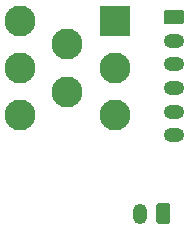
<source format=gbl>
G04 #@! TF.GenerationSoftware,KiCad,Pcbnew,5.1.5-52549c5~84~ubuntu18.04.1*
G04 #@! TF.CreationDate,2020-01-14T23:08:30-05:00*
G04 #@! TF.ProjectId,emrax-228-resolver-breakout,656d7261-782d-4323-9238-2d7265736f6c,rev?*
G04 #@! TF.SameCoordinates,Original*
G04 #@! TF.FileFunction,Copper,L2,Bot*
G04 #@! TF.FilePolarity,Positive*
%FSLAX46Y46*%
G04 Gerber Fmt 4.6, Leading zero omitted, Abs format (unit mm)*
G04 Created by KiCad (PCBNEW 5.1.5-52549c5~84~ubuntu18.04.1) date 2020-01-14 23:08:30*
%MOMM*%
%LPD*%
G04 APERTURE LIST*
%ADD10R,2.625000X2.625000*%
%ADD11C,2.625000*%
%ADD12O,1.750000X1.200000*%
%ADD13C,0.100000*%
%ADD14O,1.200000X1.750000*%
G04 APERTURE END LIST*
D10*
X146867000Y-74486000D03*
D11*
X146867000Y-78486000D03*
X146867000Y-82486000D03*
X142867000Y-76486000D03*
X142867000Y-80486000D03*
X138867000Y-74486000D03*
X138867000Y-78486000D03*
X138867000Y-82486000D03*
D12*
X151892000Y-84168000D03*
X151892000Y-82168000D03*
X151892000Y-80168000D03*
X151892000Y-78168000D03*
X151892000Y-76168000D03*
G04 #@! TA.AperFunction,ComponentPad*
D13*
G36*
X152541505Y-73569204D02*
G01*
X152565773Y-73572804D01*
X152589572Y-73578765D01*
X152612671Y-73587030D01*
X152634850Y-73597520D01*
X152655893Y-73610132D01*
X152675599Y-73624747D01*
X152693777Y-73641223D01*
X152710253Y-73659401D01*
X152724868Y-73679107D01*
X152737480Y-73700150D01*
X152747970Y-73722329D01*
X152756235Y-73745428D01*
X152762196Y-73769227D01*
X152765796Y-73793495D01*
X152767000Y-73817999D01*
X152767000Y-74518001D01*
X152765796Y-74542505D01*
X152762196Y-74566773D01*
X152756235Y-74590572D01*
X152747970Y-74613671D01*
X152737480Y-74635850D01*
X152724868Y-74656893D01*
X152710253Y-74676599D01*
X152693777Y-74694777D01*
X152675599Y-74711253D01*
X152655893Y-74725868D01*
X152634850Y-74738480D01*
X152612671Y-74748970D01*
X152589572Y-74757235D01*
X152565773Y-74763196D01*
X152541505Y-74766796D01*
X152517001Y-74768000D01*
X151266999Y-74768000D01*
X151242495Y-74766796D01*
X151218227Y-74763196D01*
X151194428Y-74757235D01*
X151171329Y-74748970D01*
X151149150Y-74738480D01*
X151128107Y-74725868D01*
X151108401Y-74711253D01*
X151090223Y-74694777D01*
X151073747Y-74676599D01*
X151059132Y-74656893D01*
X151046520Y-74635850D01*
X151036030Y-74613671D01*
X151027765Y-74590572D01*
X151021804Y-74566773D01*
X151018204Y-74542505D01*
X151017000Y-74518001D01*
X151017000Y-73817999D01*
X151018204Y-73793495D01*
X151021804Y-73769227D01*
X151027765Y-73745428D01*
X151036030Y-73722329D01*
X151046520Y-73700150D01*
X151059132Y-73679107D01*
X151073747Y-73659401D01*
X151090223Y-73641223D01*
X151108401Y-73624747D01*
X151128107Y-73610132D01*
X151149150Y-73597520D01*
X151171329Y-73587030D01*
X151194428Y-73578765D01*
X151218227Y-73572804D01*
X151242495Y-73569204D01*
X151266999Y-73568000D01*
X152517001Y-73568000D01*
X152541505Y-73569204D01*
G37*
G04 #@! TD.AperFunction*
D14*
X149003000Y-90805000D03*
G04 #@! TA.AperFunction,ComponentPad*
D13*
G36*
X151377505Y-89931204D02*
G01*
X151401773Y-89934804D01*
X151425572Y-89940765D01*
X151448671Y-89949030D01*
X151470850Y-89959520D01*
X151491893Y-89972132D01*
X151511599Y-89986747D01*
X151529777Y-90003223D01*
X151546253Y-90021401D01*
X151560868Y-90041107D01*
X151573480Y-90062150D01*
X151583970Y-90084329D01*
X151592235Y-90107428D01*
X151598196Y-90131227D01*
X151601796Y-90155495D01*
X151603000Y-90179999D01*
X151603000Y-91430001D01*
X151601796Y-91454505D01*
X151598196Y-91478773D01*
X151592235Y-91502572D01*
X151583970Y-91525671D01*
X151573480Y-91547850D01*
X151560868Y-91568893D01*
X151546253Y-91588599D01*
X151529777Y-91606777D01*
X151511599Y-91623253D01*
X151491893Y-91637868D01*
X151470850Y-91650480D01*
X151448671Y-91660970D01*
X151425572Y-91669235D01*
X151401773Y-91675196D01*
X151377505Y-91678796D01*
X151353001Y-91680000D01*
X150652999Y-91680000D01*
X150628495Y-91678796D01*
X150604227Y-91675196D01*
X150580428Y-91669235D01*
X150557329Y-91660970D01*
X150535150Y-91650480D01*
X150514107Y-91637868D01*
X150494401Y-91623253D01*
X150476223Y-91606777D01*
X150459747Y-91588599D01*
X150445132Y-91568893D01*
X150432520Y-91547850D01*
X150422030Y-91525671D01*
X150413765Y-91502572D01*
X150407804Y-91478773D01*
X150404204Y-91454505D01*
X150403000Y-91430001D01*
X150403000Y-90179999D01*
X150404204Y-90155495D01*
X150407804Y-90131227D01*
X150413765Y-90107428D01*
X150422030Y-90084329D01*
X150432520Y-90062150D01*
X150445132Y-90041107D01*
X150459747Y-90021401D01*
X150476223Y-90003223D01*
X150494401Y-89986747D01*
X150514107Y-89972132D01*
X150535150Y-89959520D01*
X150557329Y-89949030D01*
X150580428Y-89940765D01*
X150604227Y-89934804D01*
X150628495Y-89931204D01*
X150652999Y-89930000D01*
X151353001Y-89930000D01*
X151377505Y-89931204D01*
G37*
G04 #@! TD.AperFunction*
M02*

</source>
